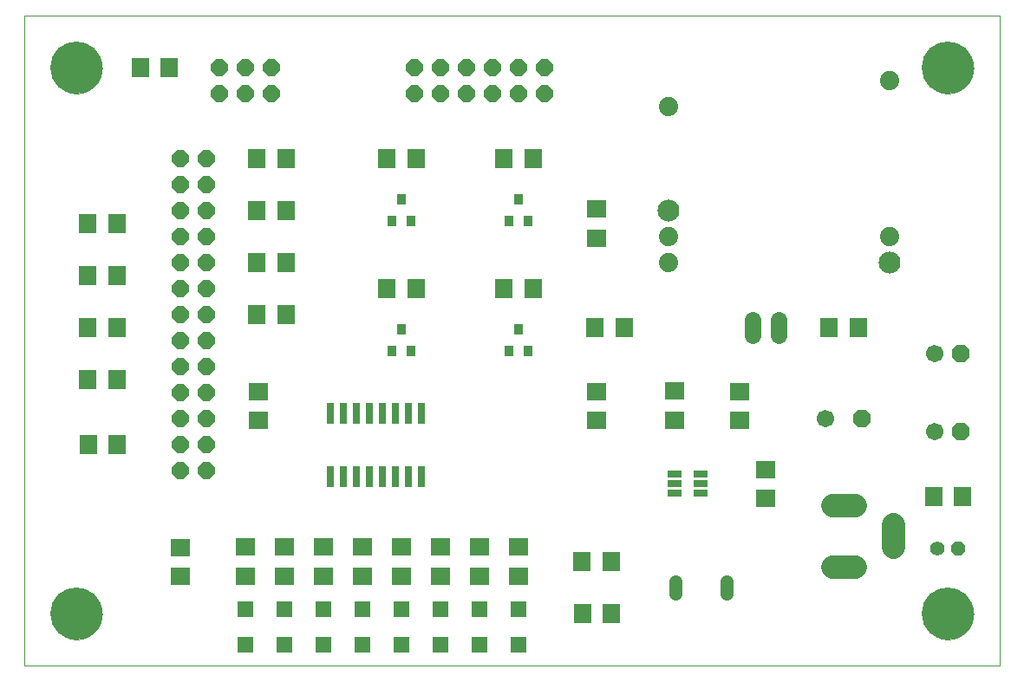
<source format=gts>
G75*
%MOIN*%
%OFA0B0*%
%FSLAX25Y25*%
%IPPOS*%
%LPD*%
%AMOC8*
5,1,8,0,0,1.08239X$1,22.5*
%
%ADD10C,0.00000*%
%ADD11C,0.20000*%
%ADD12OC8,0.06700*%
%ADD13C,0.06700*%
%ADD14R,0.07487X0.06699*%
%ADD15OC8,0.05600*%
%ADD16C,0.05600*%
%ADD17R,0.06699X0.07487*%
%ADD18C,0.09000*%
%ADD19R,0.06699X0.07498*%
%ADD20R,0.05600X0.02600*%
%ADD21C,0.05156*%
%ADD22R,0.07498X0.06699*%
%ADD23C,0.07400*%
%ADD24C,0.08400*%
%ADD25C,0.06400*%
%ADD26OC8,0.06400*%
%ADD27R,0.03000X0.08400*%
%ADD28R,0.06306X0.06306*%
%ADD29R,0.03550X0.03943*%
D10*
X0011528Y0028933D02*
X0011528Y0278933D01*
X0386528Y0278933D01*
X0386528Y0028933D01*
X0011528Y0028933D01*
X0021728Y0048933D02*
X0021731Y0049174D01*
X0021740Y0049414D01*
X0021755Y0049654D01*
X0021775Y0049894D01*
X0021802Y0050133D01*
X0021834Y0050371D01*
X0021872Y0050608D01*
X0021916Y0050845D01*
X0021966Y0051080D01*
X0022022Y0051314D01*
X0022083Y0051547D01*
X0022150Y0051778D01*
X0022223Y0052007D01*
X0022301Y0052235D01*
X0022385Y0052460D01*
X0022474Y0052683D01*
X0022569Y0052904D01*
X0022669Y0053123D01*
X0022774Y0053339D01*
X0022885Y0053553D01*
X0023001Y0053763D01*
X0023122Y0053971D01*
X0023248Y0054176D01*
X0023380Y0054378D01*
X0023516Y0054576D01*
X0023657Y0054771D01*
X0023802Y0054962D01*
X0023952Y0055150D01*
X0024107Y0055334D01*
X0024267Y0055514D01*
X0024430Y0055690D01*
X0024598Y0055863D01*
X0024771Y0056031D01*
X0024947Y0056194D01*
X0025127Y0056354D01*
X0025311Y0056509D01*
X0025499Y0056659D01*
X0025690Y0056804D01*
X0025885Y0056945D01*
X0026083Y0057081D01*
X0026285Y0057213D01*
X0026490Y0057339D01*
X0026698Y0057460D01*
X0026908Y0057576D01*
X0027122Y0057687D01*
X0027338Y0057792D01*
X0027557Y0057892D01*
X0027778Y0057987D01*
X0028001Y0058076D01*
X0028226Y0058160D01*
X0028454Y0058238D01*
X0028683Y0058311D01*
X0028914Y0058378D01*
X0029147Y0058439D01*
X0029381Y0058495D01*
X0029616Y0058545D01*
X0029853Y0058589D01*
X0030090Y0058627D01*
X0030328Y0058659D01*
X0030567Y0058686D01*
X0030807Y0058706D01*
X0031047Y0058721D01*
X0031287Y0058730D01*
X0031528Y0058733D01*
X0031769Y0058730D01*
X0032009Y0058721D01*
X0032249Y0058706D01*
X0032489Y0058686D01*
X0032728Y0058659D01*
X0032966Y0058627D01*
X0033203Y0058589D01*
X0033440Y0058545D01*
X0033675Y0058495D01*
X0033909Y0058439D01*
X0034142Y0058378D01*
X0034373Y0058311D01*
X0034602Y0058238D01*
X0034830Y0058160D01*
X0035055Y0058076D01*
X0035278Y0057987D01*
X0035499Y0057892D01*
X0035718Y0057792D01*
X0035934Y0057687D01*
X0036148Y0057576D01*
X0036358Y0057460D01*
X0036566Y0057339D01*
X0036771Y0057213D01*
X0036973Y0057081D01*
X0037171Y0056945D01*
X0037366Y0056804D01*
X0037557Y0056659D01*
X0037745Y0056509D01*
X0037929Y0056354D01*
X0038109Y0056194D01*
X0038285Y0056031D01*
X0038458Y0055863D01*
X0038626Y0055690D01*
X0038789Y0055514D01*
X0038949Y0055334D01*
X0039104Y0055150D01*
X0039254Y0054962D01*
X0039399Y0054771D01*
X0039540Y0054576D01*
X0039676Y0054378D01*
X0039808Y0054176D01*
X0039934Y0053971D01*
X0040055Y0053763D01*
X0040171Y0053553D01*
X0040282Y0053339D01*
X0040387Y0053123D01*
X0040487Y0052904D01*
X0040582Y0052683D01*
X0040671Y0052460D01*
X0040755Y0052235D01*
X0040833Y0052007D01*
X0040906Y0051778D01*
X0040973Y0051547D01*
X0041034Y0051314D01*
X0041090Y0051080D01*
X0041140Y0050845D01*
X0041184Y0050608D01*
X0041222Y0050371D01*
X0041254Y0050133D01*
X0041281Y0049894D01*
X0041301Y0049654D01*
X0041316Y0049414D01*
X0041325Y0049174D01*
X0041328Y0048933D01*
X0041325Y0048692D01*
X0041316Y0048452D01*
X0041301Y0048212D01*
X0041281Y0047972D01*
X0041254Y0047733D01*
X0041222Y0047495D01*
X0041184Y0047258D01*
X0041140Y0047021D01*
X0041090Y0046786D01*
X0041034Y0046552D01*
X0040973Y0046319D01*
X0040906Y0046088D01*
X0040833Y0045859D01*
X0040755Y0045631D01*
X0040671Y0045406D01*
X0040582Y0045183D01*
X0040487Y0044962D01*
X0040387Y0044743D01*
X0040282Y0044527D01*
X0040171Y0044313D01*
X0040055Y0044103D01*
X0039934Y0043895D01*
X0039808Y0043690D01*
X0039676Y0043488D01*
X0039540Y0043290D01*
X0039399Y0043095D01*
X0039254Y0042904D01*
X0039104Y0042716D01*
X0038949Y0042532D01*
X0038789Y0042352D01*
X0038626Y0042176D01*
X0038458Y0042003D01*
X0038285Y0041835D01*
X0038109Y0041672D01*
X0037929Y0041512D01*
X0037745Y0041357D01*
X0037557Y0041207D01*
X0037366Y0041062D01*
X0037171Y0040921D01*
X0036973Y0040785D01*
X0036771Y0040653D01*
X0036566Y0040527D01*
X0036358Y0040406D01*
X0036148Y0040290D01*
X0035934Y0040179D01*
X0035718Y0040074D01*
X0035499Y0039974D01*
X0035278Y0039879D01*
X0035055Y0039790D01*
X0034830Y0039706D01*
X0034602Y0039628D01*
X0034373Y0039555D01*
X0034142Y0039488D01*
X0033909Y0039427D01*
X0033675Y0039371D01*
X0033440Y0039321D01*
X0033203Y0039277D01*
X0032966Y0039239D01*
X0032728Y0039207D01*
X0032489Y0039180D01*
X0032249Y0039160D01*
X0032009Y0039145D01*
X0031769Y0039136D01*
X0031528Y0039133D01*
X0031287Y0039136D01*
X0031047Y0039145D01*
X0030807Y0039160D01*
X0030567Y0039180D01*
X0030328Y0039207D01*
X0030090Y0039239D01*
X0029853Y0039277D01*
X0029616Y0039321D01*
X0029381Y0039371D01*
X0029147Y0039427D01*
X0028914Y0039488D01*
X0028683Y0039555D01*
X0028454Y0039628D01*
X0028226Y0039706D01*
X0028001Y0039790D01*
X0027778Y0039879D01*
X0027557Y0039974D01*
X0027338Y0040074D01*
X0027122Y0040179D01*
X0026908Y0040290D01*
X0026698Y0040406D01*
X0026490Y0040527D01*
X0026285Y0040653D01*
X0026083Y0040785D01*
X0025885Y0040921D01*
X0025690Y0041062D01*
X0025499Y0041207D01*
X0025311Y0041357D01*
X0025127Y0041512D01*
X0024947Y0041672D01*
X0024771Y0041835D01*
X0024598Y0042003D01*
X0024430Y0042176D01*
X0024267Y0042352D01*
X0024107Y0042532D01*
X0023952Y0042716D01*
X0023802Y0042904D01*
X0023657Y0043095D01*
X0023516Y0043290D01*
X0023380Y0043488D01*
X0023248Y0043690D01*
X0023122Y0043895D01*
X0023001Y0044103D01*
X0022885Y0044313D01*
X0022774Y0044527D01*
X0022669Y0044743D01*
X0022569Y0044962D01*
X0022474Y0045183D01*
X0022385Y0045406D01*
X0022301Y0045631D01*
X0022223Y0045859D01*
X0022150Y0046088D01*
X0022083Y0046319D01*
X0022022Y0046552D01*
X0021966Y0046786D01*
X0021916Y0047021D01*
X0021872Y0047258D01*
X0021834Y0047495D01*
X0021802Y0047733D01*
X0021775Y0047972D01*
X0021755Y0048212D01*
X0021740Y0048452D01*
X0021731Y0048692D01*
X0021728Y0048933D01*
X0021728Y0258933D02*
X0021731Y0259174D01*
X0021740Y0259414D01*
X0021755Y0259654D01*
X0021775Y0259894D01*
X0021802Y0260133D01*
X0021834Y0260371D01*
X0021872Y0260608D01*
X0021916Y0260845D01*
X0021966Y0261080D01*
X0022022Y0261314D01*
X0022083Y0261547D01*
X0022150Y0261778D01*
X0022223Y0262007D01*
X0022301Y0262235D01*
X0022385Y0262460D01*
X0022474Y0262683D01*
X0022569Y0262904D01*
X0022669Y0263123D01*
X0022774Y0263339D01*
X0022885Y0263553D01*
X0023001Y0263763D01*
X0023122Y0263971D01*
X0023248Y0264176D01*
X0023380Y0264378D01*
X0023516Y0264576D01*
X0023657Y0264771D01*
X0023802Y0264962D01*
X0023952Y0265150D01*
X0024107Y0265334D01*
X0024267Y0265514D01*
X0024430Y0265690D01*
X0024598Y0265863D01*
X0024771Y0266031D01*
X0024947Y0266194D01*
X0025127Y0266354D01*
X0025311Y0266509D01*
X0025499Y0266659D01*
X0025690Y0266804D01*
X0025885Y0266945D01*
X0026083Y0267081D01*
X0026285Y0267213D01*
X0026490Y0267339D01*
X0026698Y0267460D01*
X0026908Y0267576D01*
X0027122Y0267687D01*
X0027338Y0267792D01*
X0027557Y0267892D01*
X0027778Y0267987D01*
X0028001Y0268076D01*
X0028226Y0268160D01*
X0028454Y0268238D01*
X0028683Y0268311D01*
X0028914Y0268378D01*
X0029147Y0268439D01*
X0029381Y0268495D01*
X0029616Y0268545D01*
X0029853Y0268589D01*
X0030090Y0268627D01*
X0030328Y0268659D01*
X0030567Y0268686D01*
X0030807Y0268706D01*
X0031047Y0268721D01*
X0031287Y0268730D01*
X0031528Y0268733D01*
X0031769Y0268730D01*
X0032009Y0268721D01*
X0032249Y0268706D01*
X0032489Y0268686D01*
X0032728Y0268659D01*
X0032966Y0268627D01*
X0033203Y0268589D01*
X0033440Y0268545D01*
X0033675Y0268495D01*
X0033909Y0268439D01*
X0034142Y0268378D01*
X0034373Y0268311D01*
X0034602Y0268238D01*
X0034830Y0268160D01*
X0035055Y0268076D01*
X0035278Y0267987D01*
X0035499Y0267892D01*
X0035718Y0267792D01*
X0035934Y0267687D01*
X0036148Y0267576D01*
X0036358Y0267460D01*
X0036566Y0267339D01*
X0036771Y0267213D01*
X0036973Y0267081D01*
X0037171Y0266945D01*
X0037366Y0266804D01*
X0037557Y0266659D01*
X0037745Y0266509D01*
X0037929Y0266354D01*
X0038109Y0266194D01*
X0038285Y0266031D01*
X0038458Y0265863D01*
X0038626Y0265690D01*
X0038789Y0265514D01*
X0038949Y0265334D01*
X0039104Y0265150D01*
X0039254Y0264962D01*
X0039399Y0264771D01*
X0039540Y0264576D01*
X0039676Y0264378D01*
X0039808Y0264176D01*
X0039934Y0263971D01*
X0040055Y0263763D01*
X0040171Y0263553D01*
X0040282Y0263339D01*
X0040387Y0263123D01*
X0040487Y0262904D01*
X0040582Y0262683D01*
X0040671Y0262460D01*
X0040755Y0262235D01*
X0040833Y0262007D01*
X0040906Y0261778D01*
X0040973Y0261547D01*
X0041034Y0261314D01*
X0041090Y0261080D01*
X0041140Y0260845D01*
X0041184Y0260608D01*
X0041222Y0260371D01*
X0041254Y0260133D01*
X0041281Y0259894D01*
X0041301Y0259654D01*
X0041316Y0259414D01*
X0041325Y0259174D01*
X0041328Y0258933D01*
X0041325Y0258692D01*
X0041316Y0258452D01*
X0041301Y0258212D01*
X0041281Y0257972D01*
X0041254Y0257733D01*
X0041222Y0257495D01*
X0041184Y0257258D01*
X0041140Y0257021D01*
X0041090Y0256786D01*
X0041034Y0256552D01*
X0040973Y0256319D01*
X0040906Y0256088D01*
X0040833Y0255859D01*
X0040755Y0255631D01*
X0040671Y0255406D01*
X0040582Y0255183D01*
X0040487Y0254962D01*
X0040387Y0254743D01*
X0040282Y0254527D01*
X0040171Y0254313D01*
X0040055Y0254103D01*
X0039934Y0253895D01*
X0039808Y0253690D01*
X0039676Y0253488D01*
X0039540Y0253290D01*
X0039399Y0253095D01*
X0039254Y0252904D01*
X0039104Y0252716D01*
X0038949Y0252532D01*
X0038789Y0252352D01*
X0038626Y0252176D01*
X0038458Y0252003D01*
X0038285Y0251835D01*
X0038109Y0251672D01*
X0037929Y0251512D01*
X0037745Y0251357D01*
X0037557Y0251207D01*
X0037366Y0251062D01*
X0037171Y0250921D01*
X0036973Y0250785D01*
X0036771Y0250653D01*
X0036566Y0250527D01*
X0036358Y0250406D01*
X0036148Y0250290D01*
X0035934Y0250179D01*
X0035718Y0250074D01*
X0035499Y0249974D01*
X0035278Y0249879D01*
X0035055Y0249790D01*
X0034830Y0249706D01*
X0034602Y0249628D01*
X0034373Y0249555D01*
X0034142Y0249488D01*
X0033909Y0249427D01*
X0033675Y0249371D01*
X0033440Y0249321D01*
X0033203Y0249277D01*
X0032966Y0249239D01*
X0032728Y0249207D01*
X0032489Y0249180D01*
X0032249Y0249160D01*
X0032009Y0249145D01*
X0031769Y0249136D01*
X0031528Y0249133D01*
X0031287Y0249136D01*
X0031047Y0249145D01*
X0030807Y0249160D01*
X0030567Y0249180D01*
X0030328Y0249207D01*
X0030090Y0249239D01*
X0029853Y0249277D01*
X0029616Y0249321D01*
X0029381Y0249371D01*
X0029147Y0249427D01*
X0028914Y0249488D01*
X0028683Y0249555D01*
X0028454Y0249628D01*
X0028226Y0249706D01*
X0028001Y0249790D01*
X0027778Y0249879D01*
X0027557Y0249974D01*
X0027338Y0250074D01*
X0027122Y0250179D01*
X0026908Y0250290D01*
X0026698Y0250406D01*
X0026490Y0250527D01*
X0026285Y0250653D01*
X0026083Y0250785D01*
X0025885Y0250921D01*
X0025690Y0251062D01*
X0025499Y0251207D01*
X0025311Y0251357D01*
X0025127Y0251512D01*
X0024947Y0251672D01*
X0024771Y0251835D01*
X0024598Y0252003D01*
X0024430Y0252176D01*
X0024267Y0252352D01*
X0024107Y0252532D01*
X0023952Y0252716D01*
X0023802Y0252904D01*
X0023657Y0253095D01*
X0023516Y0253290D01*
X0023380Y0253488D01*
X0023248Y0253690D01*
X0023122Y0253895D01*
X0023001Y0254103D01*
X0022885Y0254313D01*
X0022774Y0254527D01*
X0022669Y0254743D01*
X0022569Y0254962D01*
X0022474Y0255183D01*
X0022385Y0255406D01*
X0022301Y0255631D01*
X0022223Y0255859D01*
X0022150Y0256088D01*
X0022083Y0256319D01*
X0022022Y0256552D01*
X0021966Y0256786D01*
X0021916Y0257021D01*
X0021872Y0257258D01*
X0021834Y0257495D01*
X0021802Y0257733D01*
X0021775Y0257972D01*
X0021755Y0258212D01*
X0021740Y0258452D01*
X0021731Y0258692D01*
X0021728Y0258933D01*
X0356728Y0258933D02*
X0356731Y0259174D01*
X0356740Y0259414D01*
X0356755Y0259654D01*
X0356775Y0259894D01*
X0356802Y0260133D01*
X0356834Y0260371D01*
X0356872Y0260608D01*
X0356916Y0260845D01*
X0356966Y0261080D01*
X0357022Y0261314D01*
X0357083Y0261547D01*
X0357150Y0261778D01*
X0357223Y0262007D01*
X0357301Y0262235D01*
X0357385Y0262460D01*
X0357474Y0262683D01*
X0357569Y0262904D01*
X0357669Y0263123D01*
X0357774Y0263339D01*
X0357885Y0263553D01*
X0358001Y0263763D01*
X0358122Y0263971D01*
X0358248Y0264176D01*
X0358380Y0264378D01*
X0358516Y0264576D01*
X0358657Y0264771D01*
X0358802Y0264962D01*
X0358952Y0265150D01*
X0359107Y0265334D01*
X0359267Y0265514D01*
X0359430Y0265690D01*
X0359598Y0265863D01*
X0359771Y0266031D01*
X0359947Y0266194D01*
X0360127Y0266354D01*
X0360311Y0266509D01*
X0360499Y0266659D01*
X0360690Y0266804D01*
X0360885Y0266945D01*
X0361083Y0267081D01*
X0361285Y0267213D01*
X0361490Y0267339D01*
X0361698Y0267460D01*
X0361908Y0267576D01*
X0362122Y0267687D01*
X0362338Y0267792D01*
X0362557Y0267892D01*
X0362778Y0267987D01*
X0363001Y0268076D01*
X0363226Y0268160D01*
X0363454Y0268238D01*
X0363683Y0268311D01*
X0363914Y0268378D01*
X0364147Y0268439D01*
X0364381Y0268495D01*
X0364616Y0268545D01*
X0364853Y0268589D01*
X0365090Y0268627D01*
X0365328Y0268659D01*
X0365567Y0268686D01*
X0365807Y0268706D01*
X0366047Y0268721D01*
X0366287Y0268730D01*
X0366528Y0268733D01*
X0366769Y0268730D01*
X0367009Y0268721D01*
X0367249Y0268706D01*
X0367489Y0268686D01*
X0367728Y0268659D01*
X0367966Y0268627D01*
X0368203Y0268589D01*
X0368440Y0268545D01*
X0368675Y0268495D01*
X0368909Y0268439D01*
X0369142Y0268378D01*
X0369373Y0268311D01*
X0369602Y0268238D01*
X0369830Y0268160D01*
X0370055Y0268076D01*
X0370278Y0267987D01*
X0370499Y0267892D01*
X0370718Y0267792D01*
X0370934Y0267687D01*
X0371148Y0267576D01*
X0371358Y0267460D01*
X0371566Y0267339D01*
X0371771Y0267213D01*
X0371973Y0267081D01*
X0372171Y0266945D01*
X0372366Y0266804D01*
X0372557Y0266659D01*
X0372745Y0266509D01*
X0372929Y0266354D01*
X0373109Y0266194D01*
X0373285Y0266031D01*
X0373458Y0265863D01*
X0373626Y0265690D01*
X0373789Y0265514D01*
X0373949Y0265334D01*
X0374104Y0265150D01*
X0374254Y0264962D01*
X0374399Y0264771D01*
X0374540Y0264576D01*
X0374676Y0264378D01*
X0374808Y0264176D01*
X0374934Y0263971D01*
X0375055Y0263763D01*
X0375171Y0263553D01*
X0375282Y0263339D01*
X0375387Y0263123D01*
X0375487Y0262904D01*
X0375582Y0262683D01*
X0375671Y0262460D01*
X0375755Y0262235D01*
X0375833Y0262007D01*
X0375906Y0261778D01*
X0375973Y0261547D01*
X0376034Y0261314D01*
X0376090Y0261080D01*
X0376140Y0260845D01*
X0376184Y0260608D01*
X0376222Y0260371D01*
X0376254Y0260133D01*
X0376281Y0259894D01*
X0376301Y0259654D01*
X0376316Y0259414D01*
X0376325Y0259174D01*
X0376328Y0258933D01*
X0376325Y0258692D01*
X0376316Y0258452D01*
X0376301Y0258212D01*
X0376281Y0257972D01*
X0376254Y0257733D01*
X0376222Y0257495D01*
X0376184Y0257258D01*
X0376140Y0257021D01*
X0376090Y0256786D01*
X0376034Y0256552D01*
X0375973Y0256319D01*
X0375906Y0256088D01*
X0375833Y0255859D01*
X0375755Y0255631D01*
X0375671Y0255406D01*
X0375582Y0255183D01*
X0375487Y0254962D01*
X0375387Y0254743D01*
X0375282Y0254527D01*
X0375171Y0254313D01*
X0375055Y0254103D01*
X0374934Y0253895D01*
X0374808Y0253690D01*
X0374676Y0253488D01*
X0374540Y0253290D01*
X0374399Y0253095D01*
X0374254Y0252904D01*
X0374104Y0252716D01*
X0373949Y0252532D01*
X0373789Y0252352D01*
X0373626Y0252176D01*
X0373458Y0252003D01*
X0373285Y0251835D01*
X0373109Y0251672D01*
X0372929Y0251512D01*
X0372745Y0251357D01*
X0372557Y0251207D01*
X0372366Y0251062D01*
X0372171Y0250921D01*
X0371973Y0250785D01*
X0371771Y0250653D01*
X0371566Y0250527D01*
X0371358Y0250406D01*
X0371148Y0250290D01*
X0370934Y0250179D01*
X0370718Y0250074D01*
X0370499Y0249974D01*
X0370278Y0249879D01*
X0370055Y0249790D01*
X0369830Y0249706D01*
X0369602Y0249628D01*
X0369373Y0249555D01*
X0369142Y0249488D01*
X0368909Y0249427D01*
X0368675Y0249371D01*
X0368440Y0249321D01*
X0368203Y0249277D01*
X0367966Y0249239D01*
X0367728Y0249207D01*
X0367489Y0249180D01*
X0367249Y0249160D01*
X0367009Y0249145D01*
X0366769Y0249136D01*
X0366528Y0249133D01*
X0366287Y0249136D01*
X0366047Y0249145D01*
X0365807Y0249160D01*
X0365567Y0249180D01*
X0365328Y0249207D01*
X0365090Y0249239D01*
X0364853Y0249277D01*
X0364616Y0249321D01*
X0364381Y0249371D01*
X0364147Y0249427D01*
X0363914Y0249488D01*
X0363683Y0249555D01*
X0363454Y0249628D01*
X0363226Y0249706D01*
X0363001Y0249790D01*
X0362778Y0249879D01*
X0362557Y0249974D01*
X0362338Y0250074D01*
X0362122Y0250179D01*
X0361908Y0250290D01*
X0361698Y0250406D01*
X0361490Y0250527D01*
X0361285Y0250653D01*
X0361083Y0250785D01*
X0360885Y0250921D01*
X0360690Y0251062D01*
X0360499Y0251207D01*
X0360311Y0251357D01*
X0360127Y0251512D01*
X0359947Y0251672D01*
X0359771Y0251835D01*
X0359598Y0252003D01*
X0359430Y0252176D01*
X0359267Y0252352D01*
X0359107Y0252532D01*
X0358952Y0252716D01*
X0358802Y0252904D01*
X0358657Y0253095D01*
X0358516Y0253290D01*
X0358380Y0253488D01*
X0358248Y0253690D01*
X0358122Y0253895D01*
X0358001Y0254103D01*
X0357885Y0254313D01*
X0357774Y0254527D01*
X0357669Y0254743D01*
X0357569Y0254962D01*
X0357474Y0255183D01*
X0357385Y0255406D01*
X0357301Y0255631D01*
X0357223Y0255859D01*
X0357150Y0256088D01*
X0357083Y0256319D01*
X0357022Y0256552D01*
X0356966Y0256786D01*
X0356916Y0257021D01*
X0356872Y0257258D01*
X0356834Y0257495D01*
X0356802Y0257733D01*
X0356775Y0257972D01*
X0356755Y0258212D01*
X0356740Y0258452D01*
X0356731Y0258692D01*
X0356728Y0258933D01*
X0356728Y0048933D02*
X0356731Y0049174D01*
X0356740Y0049414D01*
X0356755Y0049654D01*
X0356775Y0049894D01*
X0356802Y0050133D01*
X0356834Y0050371D01*
X0356872Y0050608D01*
X0356916Y0050845D01*
X0356966Y0051080D01*
X0357022Y0051314D01*
X0357083Y0051547D01*
X0357150Y0051778D01*
X0357223Y0052007D01*
X0357301Y0052235D01*
X0357385Y0052460D01*
X0357474Y0052683D01*
X0357569Y0052904D01*
X0357669Y0053123D01*
X0357774Y0053339D01*
X0357885Y0053553D01*
X0358001Y0053763D01*
X0358122Y0053971D01*
X0358248Y0054176D01*
X0358380Y0054378D01*
X0358516Y0054576D01*
X0358657Y0054771D01*
X0358802Y0054962D01*
X0358952Y0055150D01*
X0359107Y0055334D01*
X0359267Y0055514D01*
X0359430Y0055690D01*
X0359598Y0055863D01*
X0359771Y0056031D01*
X0359947Y0056194D01*
X0360127Y0056354D01*
X0360311Y0056509D01*
X0360499Y0056659D01*
X0360690Y0056804D01*
X0360885Y0056945D01*
X0361083Y0057081D01*
X0361285Y0057213D01*
X0361490Y0057339D01*
X0361698Y0057460D01*
X0361908Y0057576D01*
X0362122Y0057687D01*
X0362338Y0057792D01*
X0362557Y0057892D01*
X0362778Y0057987D01*
X0363001Y0058076D01*
X0363226Y0058160D01*
X0363454Y0058238D01*
X0363683Y0058311D01*
X0363914Y0058378D01*
X0364147Y0058439D01*
X0364381Y0058495D01*
X0364616Y0058545D01*
X0364853Y0058589D01*
X0365090Y0058627D01*
X0365328Y0058659D01*
X0365567Y0058686D01*
X0365807Y0058706D01*
X0366047Y0058721D01*
X0366287Y0058730D01*
X0366528Y0058733D01*
X0366769Y0058730D01*
X0367009Y0058721D01*
X0367249Y0058706D01*
X0367489Y0058686D01*
X0367728Y0058659D01*
X0367966Y0058627D01*
X0368203Y0058589D01*
X0368440Y0058545D01*
X0368675Y0058495D01*
X0368909Y0058439D01*
X0369142Y0058378D01*
X0369373Y0058311D01*
X0369602Y0058238D01*
X0369830Y0058160D01*
X0370055Y0058076D01*
X0370278Y0057987D01*
X0370499Y0057892D01*
X0370718Y0057792D01*
X0370934Y0057687D01*
X0371148Y0057576D01*
X0371358Y0057460D01*
X0371566Y0057339D01*
X0371771Y0057213D01*
X0371973Y0057081D01*
X0372171Y0056945D01*
X0372366Y0056804D01*
X0372557Y0056659D01*
X0372745Y0056509D01*
X0372929Y0056354D01*
X0373109Y0056194D01*
X0373285Y0056031D01*
X0373458Y0055863D01*
X0373626Y0055690D01*
X0373789Y0055514D01*
X0373949Y0055334D01*
X0374104Y0055150D01*
X0374254Y0054962D01*
X0374399Y0054771D01*
X0374540Y0054576D01*
X0374676Y0054378D01*
X0374808Y0054176D01*
X0374934Y0053971D01*
X0375055Y0053763D01*
X0375171Y0053553D01*
X0375282Y0053339D01*
X0375387Y0053123D01*
X0375487Y0052904D01*
X0375582Y0052683D01*
X0375671Y0052460D01*
X0375755Y0052235D01*
X0375833Y0052007D01*
X0375906Y0051778D01*
X0375973Y0051547D01*
X0376034Y0051314D01*
X0376090Y0051080D01*
X0376140Y0050845D01*
X0376184Y0050608D01*
X0376222Y0050371D01*
X0376254Y0050133D01*
X0376281Y0049894D01*
X0376301Y0049654D01*
X0376316Y0049414D01*
X0376325Y0049174D01*
X0376328Y0048933D01*
X0376325Y0048692D01*
X0376316Y0048452D01*
X0376301Y0048212D01*
X0376281Y0047972D01*
X0376254Y0047733D01*
X0376222Y0047495D01*
X0376184Y0047258D01*
X0376140Y0047021D01*
X0376090Y0046786D01*
X0376034Y0046552D01*
X0375973Y0046319D01*
X0375906Y0046088D01*
X0375833Y0045859D01*
X0375755Y0045631D01*
X0375671Y0045406D01*
X0375582Y0045183D01*
X0375487Y0044962D01*
X0375387Y0044743D01*
X0375282Y0044527D01*
X0375171Y0044313D01*
X0375055Y0044103D01*
X0374934Y0043895D01*
X0374808Y0043690D01*
X0374676Y0043488D01*
X0374540Y0043290D01*
X0374399Y0043095D01*
X0374254Y0042904D01*
X0374104Y0042716D01*
X0373949Y0042532D01*
X0373789Y0042352D01*
X0373626Y0042176D01*
X0373458Y0042003D01*
X0373285Y0041835D01*
X0373109Y0041672D01*
X0372929Y0041512D01*
X0372745Y0041357D01*
X0372557Y0041207D01*
X0372366Y0041062D01*
X0372171Y0040921D01*
X0371973Y0040785D01*
X0371771Y0040653D01*
X0371566Y0040527D01*
X0371358Y0040406D01*
X0371148Y0040290D01*
X0370934Y0040179D01*
X0370718Y0040074D01*
X0370499Y0039974D01*
X0370278Y0039879D01*
X0370055Y0039790D01*
X0369830Y0039706D01*
X0369602Y0039628D01*
X0369373Y0039555D01*
X0369142Y0039488D01*
X0368909Y0039427D01*
X0368675Y0039371D01*
X0368440Y0039321D01*
X0368203Y0039277D01*
X0367966Y0039239D01*
X0367728Y0039207D01*
X0367489Y0039180D01*
X0367249Y0039160D01*
X0367009Y0039145D01*
X0366769Y0039136D01*
X0366528Y0039133D01*
X0366287Y0039136D01*
X0366047Y0039145D01*
X0365807Y0039160D01*
X0365567Y0039180D01*
X0365328Y0039207D01*
X0365090Y0039239D01*
X0364853Y0039277D01*
X0364616Y0039321D01*
X0364381Y0039371D01*
X0364147Y0039427D01*
X0363914Y0039488D01*
X0363683Y0039555D01*
X0363454Y0039628D01*
X0363226Y0039706D01*
X0363001Y0039790D01*
X0362778Y0039879D01*
X0362557Y0039974D01*
X0362338Y0040074D01*
X0362122Y0040179D01*
X0361908Y0040290D01*
X0361698Y0040406D01*
X0361490Y0040527D01*
X0361285Y0040653D01*
X0361083Y0040785D01*
X0360885Y0040921D01*
X0360690Y0041062D01*
X0360499Y0041207D01*
X0360311Y0041357D01*
X0360127Y0041512D01*
X0359947Y0041672D01*
X0359771Y0041835D01*
X0359598Y0042003D01*
X0359430Y0042176D01*
X0359267Y0042352D01*
X0359107Y0042532D01*
X0358952Y0042716D01*
X0358802Y0042904D01*
X0358657Y0043095D01*
X0358516Y0043290D01*
X0358380Y0043488D01*
X0358248Y0043690D01*
X0358122Y0043895D01*
X0358001Y0044103D01*
X0357885Y0044313D01*
X0357774Y0044527D01*
X0357669Y0044743D01*
X0357569Y0044962D01*
X0357474Y0045183D01*
X0357385Y0045406D01*
X0357301Y0045631D01*
X0357223Y0045859D01*
X0357150Y0046088D01*
X0357083Y0046319D01*
X0357022Y0046552D01*
X0356966Y0046786D01*
X0356916Y0047021D01*
X0356872Y0047258D01*
X0356834Y0047495D01*
X0356802Y0047733D01*
X0356775Y0047972D01*
X0356755Y0048212D01*
X0356740Y0048452D01*
X0356731Y0048692D01*
X0356728Y0048933D01*
D11*
X0366528Y0048933D03*
X0366528Y0258933D03*
X0031528Y0258933D03*
X0031528Y0048933D03*
D12*
X0333528Y0123933D03*
X0371528Y0118933D03*
X0371528Y0148933D03*
D13*
X0361528Y0148933D03*
X0319528Y0123933D03*
X0361528Y0118933D03*
D14*
X0296528Y0104445D03*
X0296528Y0093421D03*
X0286528Y0123421D03*
X0286528Y0134445D03*
X0231528Y0134445D03*
X0231528Y0123421D03*
X0101528Y0123421D03*
X0101528Y0134445D03*
X0071528Y0074445D03*
X0071528Y0063421D03*
D15*
X0370528Y0073933D03*
D16*
X0362528Y0073933D03*
D17*
X0361017Y0093933D03*
X0372040Y0093933D03*
X0237040Y0048933D03*
X0226017Y0048933D03*
X0047040Y0113933D03*
X0036017Y0113933D03*
X0056017Y0258933D03*
X0067040Y0258933D03*
D18*
X0322228Y0090744D02*
X0330828Y0090744D01*
X0345426Y0083233D02*
X0345426Y0074633D01*
X0330828Y0067122D02*
X0322228Y0067122D01*
D19*
X0237127Y0068933D03*
X0225930Y0068933D03*
X0230930Y0158933D03*
X0242127Y0158933D03*
X0207127Y0173933D03*
X0195930Y0173933D03*
X0162127Y0173933D03*
X0150930Y0173933D03*
X0112127Y0163933D03*
X0100930Y0163933D03*
X0100930Y0183933D03*
X0112127Y0183933D03*
X0112127Y0203933D03*
X0100930Y0203933D03*
X0100930Y0223933D03*
X0112127Y0223933D03*
X0150930Y0223933D03*
X0162127Y0223933D03*
X0195930Y0223933D03*
X0207127Y0223933D03*
X0320930Y0158933D03*
X0332127Y0158933D03*
X0047127Y0158933D03*
X0035930Y0158933D03*
X0035930Y0138933D03*
X0047127Y0138933D03*
X0047127Y0178933D03*
X0035930Y0178933D03*
X0035930Y0198933D03*
X0047127Y0198933D03*
D20*
X0261428Y0102633D03*
X0261428Y0098933D03*
X0261428Y0095233D03*
X0271628Y0095233D03*
X0271628Y0098933D03*
X0271628Y0102633D03*
D21*
X0281371Y0061311D02*
X0281371Y0056555D01*
X0261686Y0056555D02*
X0261686Y0061311D01*
D22*
X0201528Y0063335D03*
X0186528Y0063335D03*
X0186528Y0074531D03*
X0201528Y0074531D03*
X0171528Y0074531D03*
X0156528Y0074531D03*
X0156528Y0063335D03*
X0171528Y0063335D03*
X0141528Y0063335D03*
X0126528Y0063335D03*
X0126528Y0074531D03*
X0141528Y0074531D03*
X0111528Y0074531D03*
X0111528Y0063335D03*
X0096528Y0063335D03*
X0096528Y0074531D03*
X0261528Y0123335D03*
X0261528Y0134531D03*
X0231528Y0193335D03*
X0231528Y0204531D03*
D23*
X0259028Y0193933D03*
X0259028Y0183933D03*
X0344028Y0193933D03*
X0259028Y0243933D03*
X0344028Y0253933D03*
D24*
X0259028Y0203933D03*
X0344028Y0183933D03*
D25*
X0301528Y0161933D02*
X0301528Y0155933D01*
X0291528Y0155933D02*
X0291528Y0161933D01*
D26*
X0211528Y0248933D03*
X0201528Y0248933D03*
X0191528Y0248933D03*
X0181528Y0248933D03*
X0171528Y0248933D03*
X0161528Y0248933D03*
X0161528Y0258933D03*
X0171528Y0258933D03*
X0181528Y0258933D03*
X0191528Y0258933D03*
X0201528Y0258933D03*
X0211528Y0258933D03*
X0106528Y0258933D03*
X0096528Y0258933D03*
X0086528Y0258933D03*
X0086528Y0248933D03*
X0096528Y0248933D03*
X0106528Y0248933D03*
X0081528Y0223933D03*
X0071528Y0223933D03*
X0071528Y0213933D03*
X0081528Y0213933D03*
X0081528Y0203933D03*
X0071528Y0203933D03*
X0071528Y0193933D03*
X0081528Y0193933D03*
X0081528Y0183933D03*
X0071528Y0183933D03*
X0071528Y0173933D03*
X0081528Y0173933D03*
X0081528Y0163933D03*
X0071528Y0163933D03*
X0071528Y0153933D03*
X0081528Y0153933D03*
X0081528Y0143933D03*
X0071528Y0143933D03*
X0071528Y0133933D03*
X0081528Y0133933D03*
X0081528Y0123933D03*
X0071528Y0123933D03*
X0071528Y0113933D03*
X0081528Y0113933D03*
X0081528Y0103933D03*
X0071528Y0103933D03*
D27*
X0129028Y0101833D03*
X0134028Y0101833D03*
X0139028Y0101833D03*
X0144028Y0101833D03*
X0149028Y0101833D03*
X0154028Y0101833D03*
X0159028Y0101833D03*
X0164028Y0101833D03*
X0164028Y0126033D03*
X0159028Y0126033D03*
X0154028Y0126033D03*
X0149028Y0126033D03*
X0144028Y0126033D03*
X0139028Y0126033D03*
X0134028Y0126033D03*
X0129028Y0126033D03*
D28*
X0126528Y0050823D03*
X0141528Y0050823D03*
X0156528Y0050823D03*
X0171528Y0050823D03*
X0186528Y0050823D03*
X0201528Y0050823D03*
X0201528Y0037043D03*
X0186528Y0037043D03*
X0171528Y0037043D03*
X0156528Y0037043D03*
X0141528Y0037043D03*
X0126528Y0037043D03*
X0111528Y0037043D03*
X0096528Y0037043D03*
X0096528Y0050823D03*
X0111528Y0050823D03*
D29*
X0152788Y0149996D03*
X0160269Y0149996D03*
X0156528Y0158264D03*
X0197788Y0149996D03*
X0205269Y0149996D03*
X0201528Y0158264D03*
X0197788Y0199996D03*
X0205269Y0199996D03*
X0201528Y0208264D03*
X0160269Y0199996D03*
X0152788Y0199996D03*
X0156528Y0208264D03*
M02*

</source>
